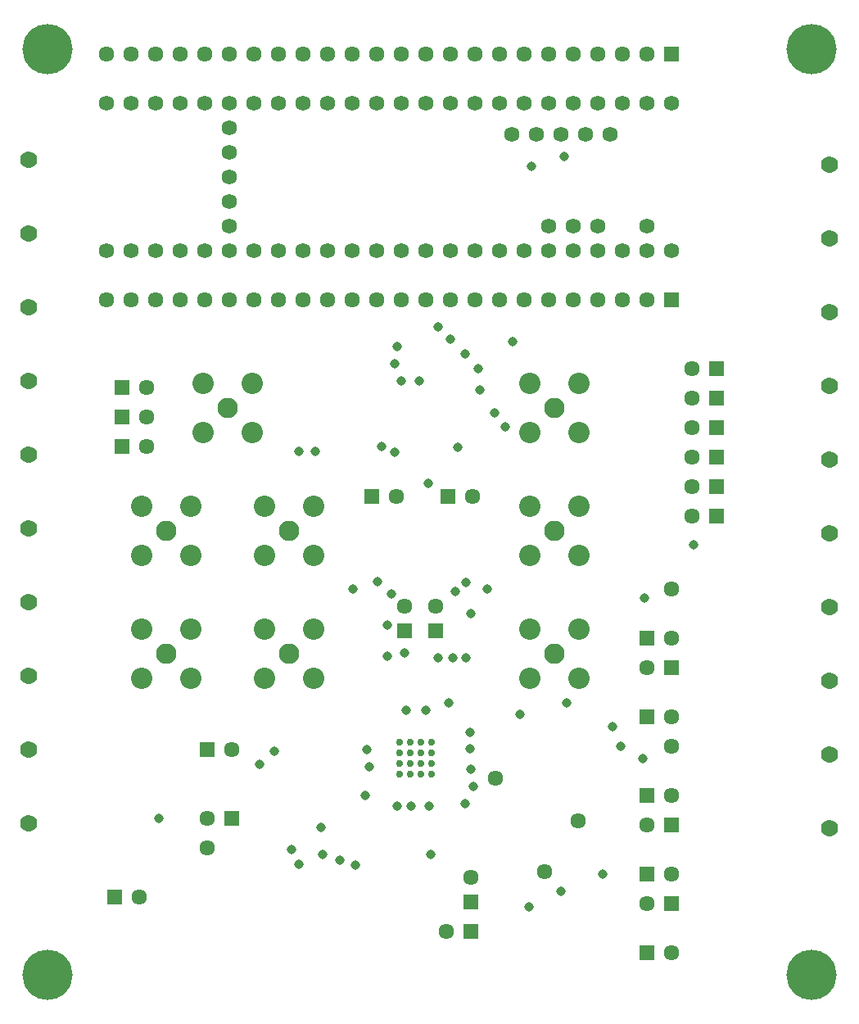
<source format=gbs>
G04*
G04 #@! TF.GenerationSoftware,Altium Limited,Altium Designer,22.3.1 (43)*
G04*
G04 Layer_Color=16711935*
%FSLAX25Y25*%
%MOIN*%
G70*
G04*
G04 #@! TF.SameCoordinates,E19C0AB1-6057-4413-9D38-1CFD4383DBF5*
G04*
G04*
G04 #@! TF.FilePolarity,Negative*
G04*
G01*
G75*
%ADD26C,0.06241*%
%ADD27C,0.08709*%
%ADD28C,0.08315*%
%ADD29C,0.06347*%
%ADD30R,0.06347X0.06347*%
%ADD31C,0.20441*%
%ADD32R,0.06347X0.06347*%
%ADD33C,0.03841*%
%ADD34C,0.06941*%
%ADD35C,0.02941*%
D26*
X204000Y357000D02*
D03*
X214000D02*
D03*
X224000D02*
D03*
X234000D02*
D03*
X244000D02*
D03*
X219000Y319500D02*
D03*
X229000D02*
D03*
X239000D02*
D03*
X259000D02*
D03*
X89000D02*
D03*
Y349500D02*
D03*
Y329500D02*
D03*
Y339500D02*
D03*
Y359500D02*
D03*
X119000Y309500D02*
D03*
X109000D02*
D03*
X99000D02*
D03*
X89000D02*
D03*
X79000D02*
D03*
X69000D02*
D03*
X59000D02*
D03*
X49000D02*
D03*
X39000D02*
D03*
Y369500D02*
D03*
X49000D02*
D03*
X59000D02*
D03*
X69000D02*
D03*
X79000D02*
D03*
X89000D02*
D03*
X99000D02*
D03*
X109000D02*
D03*
X119000D02*
D03*
X129000Y309500D02*
D03*
Y369500D02*
D03*
X269000Y309500D02*
D03*
Y369500D02*
D03*
X259000Y309500D02*
D03*
X249000D02*
D03*
X259000Y369500D02*
D03*
X239000Y309500D02*
D03*
X229000D02*
D03*
X219000D02*
D03*
X209000D02*
D03*
X199000D02*
D03*
X189000D02*
D03*
X179000D02*
D03*
X169000D02*
D03*
X159000D02*
D03*
X149000D02*
D03*
X139000D02*
D03*
Y369500D02*
D03*
X149000D02*
D03*
X159000D02*
D03*
X169000D02*
D03*
X179000D02*
D03*
X189000D02*
D03*
X199000D02*
D03*
X209000D02*
D03*
X219000D02*
D03*
X229000D02*
D03*
X239000D02*
D03*
X249000D02*
D03*
D27*
X211500Y235500D02*
D03*
X231500D02*
D03*
Y255500D02*
D03*
X211500D02*
D03*
X78500Y235500D02*
D03*
X98500D02*
D03*
Y255500D02*
D03*
X78500D02*
D03*
X103500Y155500D02*
D03*
X123500D02*
D03*
Y135500D02*
D03*
X103500D02*
D03*
Y185500D02*
D03*
X123500D02*
D03*
Y205500D02*
D03*
X103500D02*
D03*
X211500Y185500D02*
D03*
X231500D02*
D03*
Y205500D02*
D03*
X211500D02*
D03*
X53500Y155500D02*
D03*
X73500D02*
D03*
Y135500D02*
D03*
X53500D02*
D03*
Y205500D02*
D03*
X73500D02*
D03*
Y185500D02*
D03*
X53500D02*
D03*
X211500Y155500D02*
D03*
X231500D02*
D03*
Y135500D02*
D03*
X211500D02*
D03*
D28*
X221500Y245500D02*
D03*
X88500D02*
D03*
X113500Y145500D02*
D03*
Y195500D02*
D03*
X221500D02*
D03*
X63500Y145500D02*
D03*
Y195500D02*
D03*
X221500Y145500D02*
D03*
D29*
X217474Y56866D02*
D03*
X187500Y54500D02*
D03*
X231000Y77500D02*
D03*
X197500Y95000D02*
D03*
X269000Y108000D02*
D03*
X80000Y66500D02*
D03*
X269000Y172000D02*
D03*
X188000Y209500D02*
D03*
X157000D02*
D03*
X269000Y24000D02*
D03*
X259000Y44000D02*
D03*
X269000Y56000D02*
D03*
X259000Y140000D02*
D03*
X269000Y152000D02*
D03*
Y120000D02*
D03*
Y88000D02*
D03*
X259000Y76000D02*
D03*
X55500Y254000D02*
D03*
Y242000D02*
D03*
Y230000D02*
D03*
X173000Y165000D02*
D03*
X160500D02*
D03*
X277500Y225500D02*
D03*
Y261500D02*
D03*
Y249500D02*
D03*
Y237500D02*
D03*
Y201500D02*
D03*
Y213500D02*
D03*
X39000Y389500D02*
D03*
X49000D02*
D03*
X59000D02*
D03*
X69000D02*
D03*
X79000D02*
D03*
X89000D02*
D03*
X99000D02*
D03*
X109000D02*
D03*
X119000D02*
D03*
X129000D02*
D03*
X139000D02*
D03*
X149000D02*
D03*
X159000D02*
D03*
X169000D02*
D03*
X179000D02*
D03*
X189000D02*
D03*
X199000D02*
D03*
X209000D02*
D03*
X219000D02*
D03*
X229000D02*
D03*
X239000D02*
D03*
X249000D02*
D03*
X259000D02*
D03*
X39000Y289500D02*
D03*
X49000D02*
D03*
X59000D02*
D03*
X69000D02*
D03*
X79000D02*
D03*
X89000D02*
D03*
X99000D02*
D03*
X109000D02*
D03*
X119000D02*
D03*
X129000D02*
D03*
X139000D02*
D03*
X149000D02*
D03*
X159000D02*
D03*
X169000D02*
D03*
X179000D02*
D03*
X189000D02*
D03*
X199000D02*
D03*
X209000D02*
D03*
X219000D02*
D03*
X229000D02*
D03*
X239000D02*
D03*
X249000D02*
D03*
X259000D02*
D03*
X52500Y46500D02*
D03*
X90000Y106500D02*
D03*
X177500Y32500D02*
D03*
X80000Y78500D02*
D03*
D30*
X187500Y44500D02*
D03*
X173000Y155000D02*
D03*
X160500D02*
D03*
D31*
X326000Y391500D02*
D03*
X15000D02*
D03*
X326000Y15000D02*
D03*
X15000D02*
D03*
D32*
X178000Y209500D02*
D03*
X147000D02*
D03*
X259000Y24000D02*
D03*
X269000Y44000D02*
D03*
X259000Y56000D02*
D03*
X269000Y140000D02*
D03*
X259000Y152000D02*
D03*
Y120000D02*
D03*
Y88000D02*
D03*
X269000Y76000D02*
D03*
X45500Y254000D02*
D03*
Y242000D02*
D03*
Y230000D02*
D03*
X287500Y225500D02*
D03*
Y261500D02*
D03*
Y249500D02*
D03*
Y237500D02*
D03*
Y201500D02*
D03*
Y213500D02*
D03*
X269000Y389500D02*
D03*
Y289500D02*
D03*
X42500Y46500D02*
D03*
X80000Y106500D02*
D03*
X187500Y32500D02*
D03*
X90000Y78500D02*
D03*
D33*
X201500Y238000D02*
D03*
X204500Y272500D02*
D03*
X197000Y243500D02*
D03*
X182000Y229500D02*
D03*
X153500Y157344D02*
D03*
X155000Y170000D02*
D03*
X126500Y74844D02*
D03*
X156500Y227500D02*
D03*
X170104Y214895D02*
D03*
X226500Y125500D02*
D03*
X188500Y91500D02*
D03*
X185000Y84500D02*
D03*
X241000Y55700D02*
D03*
X224000Y49000D02*
D03*
X211000Y42500D02*
D03*
X60500Y78500D02*
D03*
X257500Y103000D02*
D03*
X245000Y116000D02*
D03*
X187000Y107000D02*
D03*
X191000Y253000D02*
D03*
X166500Y256500D02*
D03*
X159039D02*
D03*
X157500Y270500D02*
D03*
X179000Y273500D02*
D03*
X190500Y261500D02*
D03*
X185000Y267500D02*
D03*
X174000Y278500D02*
D03*
X278000Y190000D02*
D03*
X248300Y108000D02*
D03*
X258000Y168054D02*
D03*
X156500Y263500D02*
D03*
X225500Y348000D02*
D03*
X212000Y344000D02*
D03*
X185500Y174500D02*
D03*
X149517Y174983D02*
D03*
X194000Y172000D02*
D03*
X174000Y144000D02*
D03*
X180000D02*
D03*
X185500D02*
D03*
X181167Y170742D02*
D03*
X139500Y172000D02*
D03*
X160500Y146000D02*
D03*
X153500Y144500D02*
D03*
X207500Y121000D02*
D03*
X144262Y87738D02*
D03*
X145969Y99531D02*
D03*
X145000Y106500D02*
D03*
X107500Y106000D02*
D03*
X101500Y100500D02*
D03*
X171000Y64000D02*
D03*
X157500Y83500D02*
D03*
X170500D02*
D03*
X163000D02*
D03*
X187500Y98500D02*
D03*
X187000Y113500D02*
D03*
X178500Y125500D02*
D03*
X114500Y66000D02*
D03*
X117500Y60000D02*
D03*
X134000Y61500D02*
D03*
X140500Y59500D02*
D03*
X127000Y64000D02*
D03*
X117500Y228000D02*
D03*
X124000D02*
D03*
X151000Y230000D02*
D03*
X187500Y162000D02*
D03*
X161000Y122500D02*
D03*
X169000D02*
D03*
D34*
X333500Y284500D02*
D03*
Y164500D02*
D03*
Y134500D02*
D03*
Y104500D02*
D03*
Y314500D02*
D03*
Y254500D02*
D03*
Y224500D02*
D03*
Y194500D02*
D03*
Y74500D02*
D03*
Y344500D02*
D03*
X7500Y76500D02*
D03*
Y106500D02*
D03*
Y136500D02*
D03*
Y166500D02*
D03*
Y196500D02*
D03*
Y226500D02*
D03*
Y256500D02*
D03*
Y286500D02*
D03*
Y316500D02*
D03*
Y346500D02*
D03*
D35*
X158504Y96504D02*
D03*
Y100835D02*
D03*
Y105165D02*
D03*
Y109496D02*
D03*
X162835Y96504D02*
D03*
Y100835D02*
D03*
Y105165D02*
D03*
Y109496D02*
D03*
X167165Y96504D02*
D03*
Y100835D02*
D03*
Y105165D02*
D03*
Y109496D02*
D03*
X171496Y96504D02*
D03*
Y100835D02*
D03*
Y105165D02*
D03*
Y109496D02*
D03*
M02*

</source>
